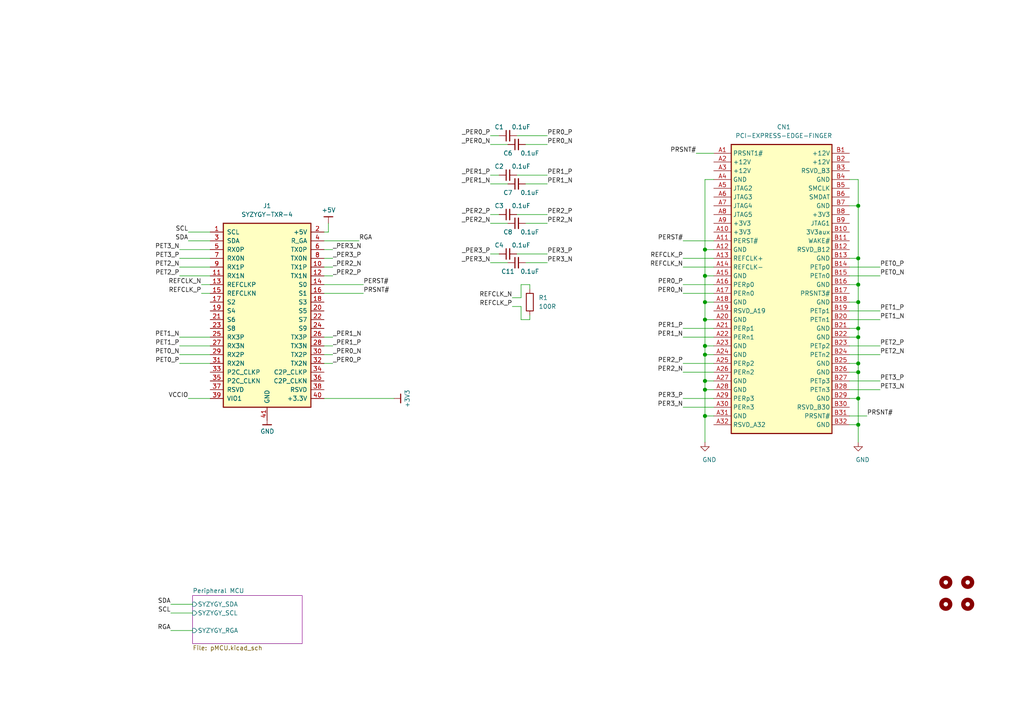
<source format=kicad_sch>
(kicad_sch (version 20201015) (generator eeschema)
  (page 1 2)
  (paper "A4")
  (title_block (title "SYZYGY PCIe x4") (date "2020-12-04") (rev "r1.0") (company "GsD - @gregdavill"))
  (lib_symbols
    (symbol "Device:C_Small" (pin_numbers hide) (pin_names (offset 0.254) hide)
      (property "Reference" "C" (at 0.254 1.778 0))
      (property "Value" "C_Small" (at 0.254 -2.032 0))
      (symbol "C_Small_0_1"
        (polyline (pts (xy -1.524 -0.508) (xy 1.524 -0.508)) (stroke (width 0.3302)))
        (polyline (pts (xy -1.524 0.508) (xy 1.524 0.508)) (stroke (width 0.3048)))
      )
      (symbol "C_Small_1_1"
        (pin passive line (at 0 2.54 270) (length 2.032) (name "~") (number "1"))
        (pin passive line (at 0 -2.54 90) (length 2.032) (name "~") (number "2"))
      )
    )
    (symbol "Device:R_1" (pin_numbers hide) (pin_names (offset 0))
      (property "Reference" "R" (at 2.032 0 90))
      (property "Value" "R" (at 0 0 90))
      (symbol "R_1_0_1"
        (rectangle (start -1.016 -2.54) (end 1.016 2.54) (stroke (width 0.254)))
      )
      (symbol "R_1_1_1"
        (pin passive line (at 0 3.81 270) (length 1.27) (name "~") (number "1"))
        (pin passive line (at 0 -3.81 90) (length 1.27) (name "~") (number "2"))
      )
    )
    (symbol "Mechanical:MountingHole" (pin_names (offset 1.016))
      (property "Reference" "H" (at 0 5.08 0))
      (property "Value" "MountingHole" (at 0 3.175 0))
      (symbol "MountingHole_0_1"
        (circle (center 0 0) (radius 1.27) (stroke (width 1.27)))
      )
    )
    (symbol "gkl_power:+3V3" (power) (pin_names (offset 0))
      (property "Value" "+3V3" (at 0 3.556 0))
      (symbol "+3V3_0_1"
        (polyline (pts (xy -1.27 1.905) (xy 1.27 1.905)) (stroke (width 0.3048)))
        (polyline (pts (xy 0 0) (xy 0 1.905)))
      )
      (symbol "+3V3_1_1"
        (pin power_in line (at 0 0 90) (length 0) hide (name "+3V3") (number "1"))
      )
    )
    (symbol "gkl_power:+5V" (power) (pin_names (offset 0))
      (property "Value" "+5V" (at 0 3.175 0))
      (symbol "+5V_0_1"
        (polyline (pts (xy -1.27 1.905) (xy 1.27 1.905)) (stroke (width 0.3048)))
        (polyline (pts (xy 0 0) (xy 0 1.905)))
      )
      (symbol "+5V_1_1"
        (pin power_in line (at 0 0 90) (length 0) hide (name "+5V") (number "1"))
      )
    )
    (symbol "gkl_power:GND" (power) (pin_names (offset 0))
      (property "Value" "GND" (at 0 -2.54 0))
      (symbol "GND_0_1"
        (polyline (pts (xy 0 -1.27) (xy 0 0)))
        (polyline (pts (xy 1.27 -1.27) (xy -1.27 -1.27)) (stroke (width 0.3048)))
      )
      (symbol "GND_1_1"
        (pin power_in line (at 0 0 270) (length 0) hide (name "GND") (number "1"))
      )
    )
    (symbol "gsd-kicad:PCI-EXPRESS-EDGE-FINGER"
      (property "Reference" "CN" (at 17.78 6.35 0))
      (property "Value" "PCI-EXPRESS-EDGE-FINGER" (at 20.32 3.81 0))
      (symbol "PCI-EXPRESS-EDGE-FINGER_0_1"
        (rectangle (start 5.08 2.54) (end 34.29 -81.28) (stroke (width 0.3302)) (fill (type background)))
      )
      (symbol "PCI-EXPRESS-EDGE-FINGER_1_1"
        (pin input line (at 0 0 0) (length 5.08) (name "PRSNT1#") (number "A1"))
        (pin input line (at 0 -2.54 0) (length 5.08) (name "+12V") (number "A2"))
        (pin input line (at 0 -5.08 0) (length 5.08) (name "+12V") (number "A3"))
        (pin input line (at 0 -7.62 0) (length 5.08) (name "GND") (number "A4"))
        (pin input line (at 0 -10.16 0) (length 5.08) (name "JTAG2") (number "A5"))
        (pin input line (at 0 -12.7 0) (length 5.08) (name "JTAG3") (number "A6"))
        (pin input line (at 0 -15.24 0) (length 5.08) (name "JTAG4") (number "A7"))
        (pin input line (at 0 -17.78 0) (length 5.08) (name "JTAG5") (number "A8"))
        (pin input line (at 0 -20.32 0) (length 5.08) (name "+3V3") (number "A9"))
        (pin input line (at 0 -22.86 0) (length 5.08) (name "+3V3") (number "A10"))
        (pin input line (at 0 -25.4 0) (length 5.08) (name "PERST#") (number "A11"))
        (pin input line (at 0 -27.94 0) (length 5.08) (name "GND") (number "A12"))
        (pin input line (at 0 -30.48 0) (length 5.08) (name "REFCLK+") (number "A13"))
        (pin input line (at 0 -33.02 0) (length 5.08) (name "REFCLK-") (number "A14"))
        (pin input line (at 0 -35.56 0) (length 5.08) (name "GND") (number "A15"))
        (pin input line (at 0 -38.1 0) (length 5.08) (name "PERp0") (number "A16"))
        (pin input line (at 0 -40.64 0) (length 5.08) (name "PERn0") (number "A17"))
        (pin input line (at 0 -43.18 0) (length 5.08) (name "GND") (number "A18"))
        (pin input line (at 0 -45.72 0) (length 5.08) (name "RSVD_A19") (number "A19"))
        (pin input line (at 0 -48.26 0) (length 5.08) (name "GND") (number "A20"))
        (pin input line (at 0 -50.8 0) (length 5.08) (name "PERp1") (number "A21"))
        (pin input line (at 0 -53.34 0) (length 5.08) (name "PERn1") (number "A22"))
        (pin input line (at 0 -55.88 0) (length 5.08) (name "GND") (number "A23"))
        (pin input line (at 0 -58.42 0) (length 5.08) (name "GND") (number "A24"))
        (pin input line (at 0 -60.96 0) (length 5.08) (name "PERp2") (number "A25"))
        (pin input line (at 0 -63.5 0) (length 5.08) (name "PERn2") (number "A26"))
        (pin input line (at 0 -66.04 0) (length 5.08) (name "GND") (number "A27"))
        (pin input line (at 0 -68.58 0) (length 5.08) (name "GND") (number "A28"))
        (pin input line (at 0 -71.12 0) (length 5.08) (name "PERp3") (number "A29"))
        (pin input line (at 0 -73.66 0) (length 5.08) (name "PERn3") (number "A30"))
        (pin input line (at 0 -76.2 0) (length 5.08) (name "GND") (number "A31"))
        (pin input line (at 0 -78.74 0) (length 5.08) (name "RSVD_A32") (number "A32"))
        (pin input line (at 39.37 -22.86 180) (length 5.08) (name "3V3aux") (number "B10"))
        (pin input line (at 39.37 -12.7 180) (length 5.08) (name "SMDAT") (number "B6"))
        (pin input line (at 39.37 -60.96 180) (length 5.08) (name "GND") (number "B25"))
        (pin input line (at 39.37 -30.48 180) (length 5.08) (name "GND") (number "B13"))
        (pin input line (at 39.37 -27.94 180) (length 5.08) (name "RSVD_B12") (number "B12"))
        (pin input line (at 39.37 -7.62 180) (length 5.08) (name "GND") (number "B4"))
        (pin input line (at 39.37 -68.58 180) (length 5.08) (name "PETn3") (number "B28"))
        (pin input line (at 39.37 -55.88 180) (length 5.08) (name "PETp2") (number "B23"))
        (pin input line (at 39.37 -20.32 180) (length 5.08) (name "JTAG1") (number "B9"))
        (pin input line (at 39.37 -43.18 180) (length 5.08) (name "GND") (number "B18"))
        (pin input line (at 39.37 -73.66 180) (length 5.08) (name "RSVD_B30") (number "B30"))
        (pin input line (at 39.37 -63.5 180) (length 5.08) (name "GND") (number "B26"))
        (pin input line (at 39.37 -48.26 180) (length 5.08) (name "PETn1") (number "B20"))
        (pin input line (at 39.37 -2.54 180) (length 5.08) (name "+12V") (number "B2"))
        (pin input line (at 39.37 -78.74 180) (length 5.08) (name "GND") (number "B32"))
        (pin input line (at 39.37 -25.4 180) (length 5.08) (name "WAKE#") (number "B11"))
        (pin input line (at 39.37 -76.2 180) (length 5.08) (name "PRSNT#") (number "B31"))
        (pin input line (at 39.37 -58.42 180) (length 5.08) (name "PETn2") (number "B24"))
        (pin input line (at 39.37 -35.56 180) (length 5.08) (name "PETn0") (number "B15"))
        (pin input line (at 39.37 -33.02 180) (length 5.08) (name "PETp0") (number "B14"))
        (pin input line (at 39.37 -50.8 180) (length 5.08) (name "GND") (number "B21"))
        (pin input line (at 39.37 -40.64 180) (length 5.08) (name "PRSNT3#") (number "B17"))
        (pin input line (at 39.37 -66.04 180) (length 5.08) (name "PETp3") (number "B27"))
        (pin input line (at 39.37 -10.16 180) (length 5.08) (name "SMCLK") (number "B5"))
        (pin input line (at 39.37 -15.24 180) (length 5.08) (name "GND") (number "B7"))
        (pin input line (at 39.37 -71.12 180) (length 5.08) (name "GND") (number "B29"))
        (pin input line (at 39.37 -53.34 180) (length 5.08) (name "GND") (number "B22"))
        (pin input line (at 39.37 -45.72 180) (length 5.08) (name "PETp1") (number "B19"))
        (pin input line (at 39.37 -38.1 180) (length 5.08) (name "GND") (number "B16"))
        (pin input line (at 39.37 0 180) (length 5.08) (name "+12V") (number "B1"))
        (pin input line (at 39.37 -17.78 180) (length 5.08) (name "+3V3") (number "B8"))
        (pin input line (at 39.37 -5.08 180) (length 5.08) (name "RSVD_B3") (number "B3"))
      )
    )
    (symbol "gsd-kicad:SYZYGY-TXR-4" (pin_names (offset 1.016))
      (property "Reference" "J" (at 0 27.94 0))
      (property "Value" "SYZYGY-TXR-4" (at 0 25.4 0))
      (symbol "SYZYGY-TXR-4_0_1"
        (rectangle (start -12.7 24.13) (end 12.7 -29.21) (stroke (width 0.3302)) (fill (type background)))
      )
      (symbol "SYZYGY-TXR-4_1_1"
        (pin input line (at -16.51 21.59 0) (length 3.81) (name "SCL") (number "1"))
        (pin input line (at 16.51 11.43 180) (length 3.81) (name "TX1P") (number "10"))
        (pin input line (at -16.51 8.89 0) (length 3.81) (name "RX1N") (number "11"))
        (pin input line (at 16.51 8.89 180) (length 3.81) (name "TX1N") (number "12"))
        (pin input line (at -16.51 6.35 0) (length 3.81) (name "REFCLKP") (number "13"))
        (pin input line (at 16.51 6.35 180) (length 3.81) (name "S0") (number "14"))
        (pin input line (at -16.51 3.81 0) (length 3.81) (name "REFCLKN") (number "15"))
        (pin input line (at 16.51 3.81 180) (length 3.81) (name "S1") (number "16"))
        (pin input line (at -16.51 1.27 0) (length 3.81) (name "S2") (number "17"))
        (pin input line (at 16.51 1.27 180) (length 3.81) (name "S3") (number "18"))
        (pin input line (at -16.51 -1.27 0) (length 3.81) (name "S4") (number "19"))
        (pin input line (at 16.51 21.59 180) (length 3.81) (name "+5V") (number "2"))
        (pin input line (at 16.51 -1.27 180) (length 3.81) (name "S5") (number "20"))
        (pin input line (at -16.51 -3.81 0) (length 3.81) (name "S6") (number "21"))
        (pin input line (at 16.51 -3.81 180) (length 3.81) (name "S7") (number "22"))
        (pin input line (at -16.51 -6.35 0) (length 3.81) (name "S8") (number "23"))
        (pin input line (at 16.51 -6.35 180) (length 3.81) (name "S9") (number "24"))
        (pin input line (at -16.51 -8.89 0) (length 3.81) (name "RX3P") (number "25"))
        (pin input line (at 16.51 -8.89 180) (length 3.81) (name "TX3P") (number "26"))
        (pin input line (at -16.51 -11.43 0) (length 3.81) (name "RX3N") (number "27"))
        (pin input line (at 16.51 -11.43 180) (length 3.81) (name "TX3N") (number "28"))
        (pin input line (at -16.51 -13.97 0) (length 3.81) (name "RX2P") (number "29"))
        (pin input line (at -16.51 19.05 0) (length 3.81) (name "SDA") (number "3"))
        (pin input line (at 16.51 -13.97 180) (length 3.81) (name "TX2P") (number "30"))
        (pin input line (at -16.51 -16.51 0) (length 3.81) (name "RX2N") (number "31"))
        (pin input line (at 16.51 -16.51 180) (length 3.81) (name "TX2N") (number "32"))
        (pin input line (at -16.51 -19.05 0) (length 3.81) (name "P2C_CLKP") (number "33"))
        (pin input line (at 16.51 -19.05 180) (length 3.81) (name "C2P_CLKP") (number "34"))
        (pin input line (at -16.51 -21.59 0) (length 3.81) (name "P2C_CLKN") (number "35"))
        (pin input line (at 16.51 -21.59 180) (length 3.81) (name "C2P_CLKN") (number "36"))
        (pin input line (at -16.51 -24.13 0) (length 3.81) (name "RSVD") (number "37"))
        (pin input line (at 16.51 -24.13 180) (length 3.81) (name "RSVD") (number "38"))
        (pin input line (at -16.51 -26.67 0) (length 3.81) (name "VIO1") (number "39"))
        (pin input line (at 16.51 19.05 180) (length 3.81) (name "R_GA") (number "4"))
        (pin input line (at 16.51 -26.67 180) (length 3.81) (name "+3.3V") (number "40"))
        (pin input line (at 0 -33.02 90) (length 3.81) (name "GND") (number "41"))
        (pin input line (at -16.51 16.51 0) (length 3.81) (name "RX0P") (number "5"))
        (pin input line (at 16.51 16.51 180) (length 3.81) (name "TX0P") (number "6"))
        (pin input line (at -16.51 13.97 0) (length 3.81) (name "RX0N") (number "7"))
        (pin input line (at 16.51 13.97 180) (length 3.81) (name "TX0N") (number "8"))
        (pin input line (at -16.51 11.43 0) (length 3.81) (name "RX1P") (number "9"))
      )
    )
    (symbol "power:GND" (power) (pin_names (offset 0))
      (property "Value" "GND" (at 0 -3.81 0))
      (symbol "GND_0_1"
        (polyline (pts (xy 0 0) (xy 0 -1.27) (xy 1.27 -1.27) (xy 0 -2.54) (xy -1.27 -1.27) (xy 0 -1.27)))
      )
      (symbol "GND_1_1"
        (pin power_in line (at 0 0 270) (length 0) hide (name "GND") (number "1"))
      )
    )
  )
  (junction (at 204.47 72.39) (diameter 1.016))
  (junction (at 204.47 80.01) (diameter 1.016))
  (junction (at 204.47 87.63) (diameter 1.016))
  (junction (at 204.47 92.71) (diameter 1.016))
  (junction (at 204.47 100.33) (diameter 1.016))
  (junction (at 204.47 102.87) (diameter 1.016))
  (junction (at 204.47 110.49) (diameter 1.016))
  (junction (at 204.47 113.03) (diameter 1.016))
  (junction (at 204.47 120.65) (diameter 1.016))
  (junction (at 248.92 59.69) (diameter 1.016))
  (junction (at 248.92 74.93) (diameter 1.016))
  (junction (at 248.92 82.55) (diameter 1.016))
  (junction (at 248.92 87.63) (diameter 1.016))
  (junction (at 248.92 95.25) (diameter 1.016))
  (junction (at 248.92 97.79) (diameter 1.016))
  (junction (at 248.92 105.41) (diameter 1.016))
  (junction (at 248.92 107.95) (diameter 1.016))
  (junction (at 248.92 115.57) (diameter 1.016))
  (junction (at 248.92 123.19) (diameter 1.016))
  (wire (pts (xy 52.07 72.39) (xy 60.96 72.39)))
  (wire (pts (xy 52.07 74.93) (xy 60.96 74.93)))
  (wire (pts (xy 52.07 77.47) (xy 60.96 77.47)))
  (wire (pts (xy 52.07 80.01) (xy 60.96 80.01)))
  (wire (pts (xy 52.07 97.79) (xy 60.96 97.79)))
  (wire (pts (xy 52.07 100.33) (xy 60.96 100.33)))
  (wire (pts (xy 52.07 102.87) (xy 60.96 102.87)))
  (wire (pts (xy 52.07 105.41) (xy 60.96 105.41)))
  (wire (pts (xy 55.88 175.26) (xy 49.53 175.26)))
  (wire (pts (xy 55.88 177.8) (xy 49.53 177.8)))
  (wire (pts (xy 55.88 182.88) (xy 49.53 182.88)))
  (wire (pts (xy 58.42 82.55) (xy 60.96 82.55)))
  (wire (pts (xy 58.42 85.09) (xy 60.96 85.09)))
  (wire (pts (xy 60.96 67.31) (xy 54.61 67.31)))
  (wire (pts (xy 60.96 69.85) (xy 54.61 69.85)))
  (wire (pts (xy 60.96 115.57) (xy 54.61 115.57)))
  (wire (pts (xy 93.98 67.31) (xy 95.25 67.31)))
  (wire (pts (xy 93.98 69.85) (xy 104.14 69.85)))
  (wire (pts (xy 93.98 82.55) (xy 105.41 82.55)))
  (wire (pts (xy 93.98 85.09) (xy 105.41 85.09)))
  (wire (pts (xy 93.98 115.57) (xy 114.3 115.57)))
  (wire (pts (xy 95.25 67.31) (xy 95.25 64.77)))
  (wire (pts (xy 96.52 72.39) (xy 93.98 72.39)))
  (wire (pts (xy 96.52 74.93) (xy 93.98 74.93)))
  (wire (pts (xy 96.52 77.47) (xy 93.98 77.47)))
  (wire (pts (xy 96.52 80.01) (xy 93.98 80.01)))
  (wire (pts (xy 96.52 97.79) (xy 93.98 97.79)))
  (wire (pts (xy 96.52 100.33) (xy 93.98 100.33)))
  (wire (pts (xy 96.52 102.87) (xy 93.98 102.87)))
  (wire (pts (xy 96.52 105.41) (xy 93.98 105.41)))
  (wire (pts (xy 142.24 39.37) (xy 144.78 39.37)))
  (wire (pts (xy 142.24 41.91) (xy 147.32 41.91)))
  (wire (pts (xy 142.24 50.8) (xy 144.78 50.8)))
  (wire (pts (xy 142.24 53.34) (xy 147.32 53.34)))
  (wire (pts (xy 142.24 62.23) (xy 144.78 62.23)))
  (wire (pts (xy 142.24 64.77) (xy 147.32 64.77)))
  (wire (pts (xy 142.24 73.66) (xy 144.78 73.66)))
  (wire (pts (xy 142.24 76.2) (xy 147.32 76.2)))
  (wire (pts (xy 148.59 86.36) (xy 151.13 86.36)))
  (wire (pts (xy 148.59 88.9) (xy 151.13 88.9)))
  (wire (pts (xy 151.13 82.55) (xy 153.67 82.55)))
  (wire (pts (xy 151.13 86.36) (xy 151.13 82.55)))
  (wire (pts (xy 151.13 88.9) (xy 151.13 92.71)))
  (wire (pts (xy 151.13 92.71) (xy 153.67 92.71)))
  (wire (pts (xy 153.67 82.55) (xy 153.67 83.82)))
  (wire (pts (xy 153.67 92.71) (xy 153.67 91.44)))
  (wire (pts (xy 158.75 39.37) (xy 149.86 39.37)))
  (wire (pts (xy 158.75 41.91) (xy 152.4 41.91)))
  (wire (pts (xy 158.75 50.8) (xy 149.86 50.8)))
  (wire (pts (xy 158.75 53.34) (xy 152.4 53.34)))
  (wire (pts (xy 158.75 62.23) (xy 149.86 62.23)))
  (wire (pts (xy 158.75 64.77) (xy 152.4 64.77)))
  (wire (pts (xy 158.75 73.66) (xy 149.86 73.66)))
  (wire (pts (xy 158.75 76.2) (xy 152.4 76.2)))
  (wire (pts (xy 198.12 69.85) (xy 207.01 69.85)))
  (wire (pts (xy 198.12 74.93) (xy 207.01 74.93)))
  (wire (pts (xy 198.12 77.47) (xy 207.01 77.47)))
  (wire (pts (xy 198.12 82.55) (xy 207.01 82.55)))
  (wire (pts (xy 198.12 85.09) (xy 207.01 85.09)))
  (wire (pts (xy 198.12 95.25) (xy 207.01 95.25)))
  (wire (pts (xy 198.12 97.79) (xy 207.01 97.79)))
  (wire (pts (xy 198.12 105.41) (xy 207.01 105.41)))
  (wire (pts (xy 198.12 107.95) (xy 207.01 107.95)))
  (wire (pts (xy 198.12 115.57) (xy 207.01 115.57)))
  (wire (pts (xy 198.12 118.11) (xy 207.01 118.11)))
  (wire (pts (xy 204.47 52.07) (xy 204.47 72.39)))
  (wire (pts (xy 204.47 72.39) (xy 204.47 80.01)))
  (wire (pts (xy 204.47 72.39) (xy 207.01 72.39)))
  (wire (pts (xy 204.47 80.01) (xy 204.47 87.63)))
  (wire (pts (xy 204.47 80.01) (xy 207.01 80.01)))
  (wire (pts (xy 204.47 87.63) (xy 204.47 92.71)))
  (wire (pts (xy 204.47 87.63) (xy 207.01 87.63)))
  (wire (pts (xy 204.47 92.71) (xy 204.47 100.33)))
  (wire (pts (xy 204.47 92.71) (xy 207.01 92.71)))
  (wire (pts (xy 204.47 100.33) (xy 204.47 102.87)))
  (wire (pts (xy 204.47 100.33) (xy 207.01 100.33)))
  (wire (pts (xy 204.47 102.87) (xy 204.47 110.49)))
  (wire (pts (xy 204.47 102.87) (xy 207.01 102.87)))
  (wire (pts (xy 204.47 110.49) (xy 204.47 113.03)))
  (wire (pts (xy 204.47 110.49) (xy 207.01 110.49)))
  (wire (pts (xy 204.47 113.03) (xy 204.47 120.65)))
  (wire (pts (xy 204.47 113.03) (xy 207.01 113.03)))
  (wire (pts (xy 204.47 120.65) (xy 204.47 128.27)))
  (wire (pts (xy 204.47 120.65) (xy 207.01 120.65)))
  (wire (pts (xy 207.01 44.45) (xy 201.93 44.45)))
  (wire (pts (xy 207.01 52.07) (xy 204.47 52.07)))
  (wire (pts (xy 246.38 52.07) (xy 248.92 52.07)))
  (wire (pts (xy 246.38 59.69) (xy 248.92 59.69)))
  (wire (pts (xy 246.38 74.93) (xy 248.92 74.93)))
  (wire (pts (xy 246.38 82.55) (xy 248.92 82.55)))
  (wire (pts (xy 246.38 87.63) (xy 248.92 87.63)))
  (wire (pts (xy 246.38 95.25) (xy 248.92 95.25)))
  (wire (pts (xy 246.38 97.79) (xy 248.92 97.79)))
  (wire (pts (xy 246.38 105.41) (xy 248.92 105.41)))
  (wire (pts (xy 246.38 107.95) (xy 248.92 107.95)))
  (wire (pts (xy 246.38 115.57) (xy 248.92 115.57)))
  (wire (pts (xy 246.38 120.65) (xy 251.46 120.65)))
  (wire (pts (xy 246.38 123.19) (xy 248.92 123.19)))
  (wire (pts (xy 248.92 52.07) (xy 248.92 59.69)))
  (wire (pts (xy 248.92 59.69) (xy 248.92 74.93)))
  (wire (pts (xy 248.92 74.93) (xy 248.92 82.55)))
  (wire (pts (xy 248.92 82.55) (xy 248.92 87.63)))
  (wire (pts (xy 248.92 87.63) (xy 248.92 95.25)))
  (wire (pts (xy 248.92 95.25) (xy 248.92 97.79)))
  (wire (pts (xy 248.92 97.79) (xy 248.92 105.41)))
  (wire (pts (xy 248.92 105.41) (xy 248.92 107.95)))
  (wire (pts (xy 248.92 107.95) (xy 248.92 115.57)))
  (wire (pts (xy 248.92 115.57) (xy 248.92 123.19)))
  (wire (pts (xy 248.92 123.19) (xy 248.92 128.27)))
  (wire (pts (xy 255.27 77.47) (xy 246.38 77.47)))
  (wire (pts (xy 255.27 80.01) (xy 246.38 80.01)))
  (wire (pts (xy 255.27 90.17) (xy 246.38 90.17)))
  (wire (pts (xy 255.27 92.71) (xy 246.38 92.71)))
  (wire (pts (xy 255.27 100.33) (xy 246.38 100.33)))
  (wire (pts (xy 255.27 102.87) (xy 246.38 102.87)))
  (wire (pts (xy 255.27 110.49) (xy 246.38 110.49)))
  (wire (pts (xy 255.27 113.03) (xy 246.38 113.03)))
  (label "SDA" (at 49.53 175.26 180))
  (label "SCL" (at 49.53 177.8 180))
  (label "RGA" (at 49.53 182.88 180))
  (label "PET3_N" (at 52.07 72.39 180))
  (label "PET3_P" (at 52.07 74.93 180))
  (label "PET2_N" (at 52.07 77.47 180))
  (label "PET2_P" (at 52.07 80.01 180))
  (label "PET1_N" (at 52.07 97.79 180))
  (label "PET1_P" (at 52.07 100.33 180))
  (label "PET0_N" (at 52.07 102.87 180))
  (label "PET0_P" (at 52.07 105.41 180))
  (label "SCL" (at 54.61 67.31 180))
  (label "SDA" (at 54.61 69.85 180))
  (label "VCCIO" (at 54.61 115.57 180))
  (label "REFCLK_N" (at 58.42 82.55 180))
  (label "REFCLK_P" (at 58.42 85.09 180))
  (label "_PER3_N" (at 96.52 72.39 0))
  (label "_PER3_P" (at 96.52 74.93 0))
  (label "_PER2_N" (at 96.52 77.47 0))
  (label "_PER2_P" (at 96.52 80.01 0))
  (label "_PER1_N" (at 96.52 97.79 0))
  (label "_PER1_P" (at 96.52 100.33 0))
  (label "_PER0_N" (at 96.52 102.87 0))
  (label "_PER0_P" (at 96.52 105.41 0))
  (label "RGA" (at 104.14 69.85 0))
  (label "PERST#" (at 105.41 82.55 0))
  (label "PRSNT#" (at 105.41 85.09 0))
  (label "_PER0_P" (at 142.24 39.37 180))
  (label "_PER0_N" (at 142.24 41.91 180))
  (label "_PER1_P" (at 142.24 50.8 180))
  (label "_PER1_N" (at 142.24 53.34 180))
  (label "_PER2_P" (at 142.24 62.23 180))
  (label "_PER2_N" (at 142.24 64.77 180))
  (label "_PER3_P" (at 142.24 73.66 180))
  (label "_PER3_N" (at 142.24 76.2 180))
  (label "REFCLK_N" (at 148.59 86.36 180))
  (label "REFCLK_P" (at 148.59 88.9 180))
  (label "PER0_P" (at 158.75 39.37 0))
  (label "PER0_N" (at 158.75 41.91 0))
  (label "PER1_P" (at 158.75 50.8 0))
  (label "PER1_N" (at 158.75 53.34 0))
  (label "PER2_P" (at 158.75 62.23 0))
  (label "PER2_N" (at 158.75 64.77 0))
  (label "PER3_P" (at 158.75 73.66 0))
  (label "PER3_N" (at 158.75 76.2 0))
  (label "PERST#" (at 198.12 69.85 180))
  (label "REFCLK_P" (at 198.12 74.93 180))
  (label "REFCLK_N" (at 198.12 77.47 180))
  (label "PER0_P" (at 198.12 82.55 180))
  (label "PER0_N" (at 198.12 85.09 180))
  (label "PER1_P" (at 198.12 95.25 180))
  (label "PER1_N" (at 198.12 97.79 180))
  (label "PER2_P" (at 198.12 105.41 180))
  (label "PER2_N" (at 198.12 107.95 180))
  (label "PER3_P" (at 198.12 115.57 180))
  (label "PER3_N" (at 198.12 118.11 180))
  (label "PRSNT#" (at 201.93 44.45 180))
  (label "PRSNT#" (at 251.46 120.65 0))
  (label "PET0_P" (at 255.27 77.47 0))
  (label "PET0_N" (at 255.27 80.01 0))
  (label "PET1_P" (at 255.27 90.17 0))
  (label "PET1_N" (at 255.27 92.71 0))
  (label "PET2_P" (at 255.27 100.33 0))
  (label "PET2_N" (at 255.27 102.87 0))
  (label "PET3_P" (at 255.27 110.49 0))
  (label "PET3_N" (at 255.27 113.03 0))
  (symbol (lib_id "gkl_power:GND") (at 77.47 121.92 0) (unit 1)
    (property "Reference" "#PWR01" (effects hide))
    (property "Value" "GND" (at 77.5462 125.1204 0))
  )
  (symbol (lib_id "gkl_power:+5V") (at 95.25 64.77 0) (unit 1)
    (property "Reference" "#PWR05" (effects hide))
    (property "Value" "+5V" (at 95.3262 60.9346 0))
  )
  (symbol (lib_id "gkl_power:+3V3") (at 114.3 115.57 270) (unit 1)
    (property "Reference" "#PWR07" (effects hide))
    (property "Value" "+3V3" (at 118.1354 115.6462 0))
  )
  (symbol (lib_id "power:GND") (at 204.47 128.27 0) (unit 1)
    (property "Reference" "#PWR0103" (effects hide))
    (property "Value" "GND" (at 205.74 133.35 0))
  )
  (symbol (lib_id "power:GND") (at 248.92 128.27 0) (unit 1)
    (property "Reference" "#PWR0102" (effects hide))
    (property "Value" "GND" (at 250.19 133.35 0))
  )
  (symbol (lib_id "Mechanical:MountingHole") (at 274.32 168.91 0) (unit 1)
    (property "Reference" "H1" (effects hide))
    (property "Value" "MountingHole" (effects hide))
    (property "Footprint" "MountingHole:MountingHole_3.2mm_M3" (effects hide))
  )
  (symbol (lib_id "Mechanical:MountingHole") (at 274.32 175.26 0) (unit 1)
    (property "Reference" "H2" (effects hide))
    (property "Value" "MountingHole" (effects hide))
    (property "Footprint" "MountingHole:MountingHole_3.2mm_M3" (effects hide))
  )
  (symbol (lib_id "Mechanical:MountingHole") (at 280.67 168.91 0) (unit 1)
    (property "Reference" "H3" (effects hide))
    (property "Value" "MountingHole" (effects hide))
    (property "Footprint" "MountingHole:MountingHole_3.2mm_M3" (effects hide))
  )
  (symbol (lib_id "Mechanical:MountingHole") (at 280.67 175.26 0) (unit 1)
    (property "Reference" "H4" (effects hide))
    (property "Value" "MountingHole" (effects hide))
    (property "Footprint" "MountingHole:MountingHole_3.2mm_M3" (effects hide))
  )
  (symbol (lib_name "Device:R_1") (lib_id "Device:R") (at 153.67 87.63 0) (unit 1)
    (property "Reference" "R1" (at 156.21 86.36 0) (effects (justify left)))
    (property "Value" "100R" (at 156.21 88.9 0) (effects (justify left)))
    (property "Footprint" "Resistor_SMD:R_0402_1005Metric" (effects hide))
  )
  (symbol (lib_id "Device:C_Small") (at 147.32 39.37 90) (unit 1)
    (property "Reference" "C1" (at 144.78 36.83 90))
    (property "Value" "0.1uF" (at 151.13 36.83 90))
    (property "Footprint" "Capacitor_SMD:C_0402_1005Metric" (effects hide))
  )
  (symbol (lib_id "Device:C_Small") (at 147.32 50.8 90) (unit 1)
    (property "Reference" "C2" (at 144.78 48.26 90))
    (property "Value" "0.1uF" (at 151.13 48.26 90))
    (property "Footprint" "Capacitor_SMD:C_0402_1005Metric" (effects hide))
  )
  (symbol (lib_id "Device:C_Small") (at 147.32 62.23 90) (unit 1)
    (property "Reference" "C3" (at 144.78 59.69 90))
    (property "Value" "0.1uF" (at 151.13 59.69 90))
    (property "Footprint" "Capacitor_SMD:C_0402_1005Metric" (effects hide))
  )
  (symbol (lib_id "Device:C_Small") (at 147.32 73.66 90) (unit 1)
    (property "Reference" "C4" (at 144.78 71.12 90))
    (property "Value" "0.1uF" (at 151.13 71.12 90))
    (property "Footprint" "Capacitor_SMD:C_0402_1005Metric" (effects hide))
  )
  (symbol (lib_id "Device:C_Small") (at 149.86 41.91 90) (unit 1)
    (property "Reference" "C6" (at 147.32 44.45 90))
    (property "Value" "0.1uF" (at 153.67 44.45 90))
    (property "Footprint" "Capacitor_SMD:C_0402_1005Metric" (effects hide))
  )
  (symbol (lib_id "Device:C_Small") (at 149.86 53.34 90) (unit 1)
    (property "Reference" "C7" (at 147.32 55.88 90))
    (property "Value" "0.1uF" (at 153.67 55.88 90))
    (property "Footprint" "Capacitor_SMD:C_0402_1005Metric" (effects hide))
  )
  (symbol (lib_id "Device:C_Small") (at 149.86 64.77 90) (unit 1)
    (property "Reference" "C8" (at 147.32 67.31 90))
    (property "Value" "0.1uF" (at 153.67 67.31 90))
    (property "Footprint" "Capacitor_SMD:C_0402_1005Metric" (effects hide))
  )
  (symbol (lib_id "Device:C_Small") (at 149.86 76.2 90) (unit 1)
    (property "Reference" "C11" (at 147.32 78.74 90))
    (property "Value" "0.1uF" (at 153.67 78.74 90))
    (property "Footprint" "Capacitor_SMD:C_0402_1005Metric" (effects hide))
  )
  (symbol (lib_id "gsd-kicad:SYZYGY-TXR-4") (at 77.47 88.9 0) (unit 1)
    (property "Reference" "J1" (at 77.47 59.69 0))
    (property "Value" "SYZYGY-TXR-4" (at 77.47 62.23 0))
    (property "Footprint" "gsd-footprints:SYZYGY-TXR-POD" (effects hide))
  )
  (symbol (lib_id "gsd-kicad:PCI-EXPRESS-EDGE-FINGER") (at 207.01 44.45 0) (unit 1)
    (property "Reference" "CN1" (at 227.33 36.83 0))
    (property "Value" "PCI-EXPRESS-EDGE-FINGER" (at 227.33 39.37 0))
    (property "Footprint" "Connector_PCBEdge:BUS_PCIexpress_x4" (effects hide))
  )
  (sheet (at 55.88 172.72) (size 31.75 13.97) (stroke (width 0.1524) (color 132 0 132 1)) (fill (color 255 255 255 1.0000))
    (property "Sheet name" "Peripheral MCU" (at 55.88 172.0845 0) (effects (justify left bottom)))
    (property "Sheet file" "pMCU.kicad_sch" (at 55.88 187.1985 0) (effects (justify left top)))
    (pin "SYZYGY_SCL" input (at 55.88 177.8 180))
    (pin "SYZYGY_SDA" input (at 55.88 175.26 180))
    (pin "SYZYGY_RGA" input (at 55.88 182.88 180))
  )
)
</source>
